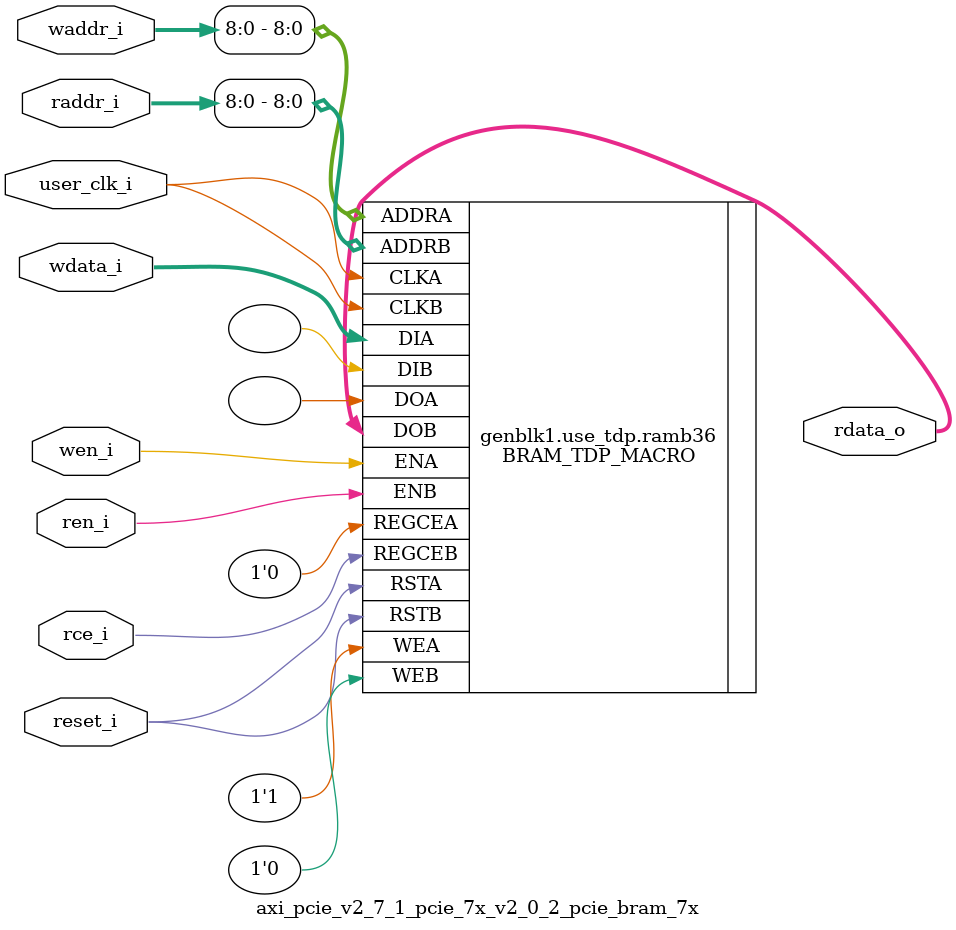
<source format=v>

`timescale 1ps/1ps

module axi_pcie_v2_7_1_pcie_7x_v2_0_2_pcie_bram_7x
  #(
    parameter [3:0]  LINK_CAP_MAX_LINK_SPEED = 4'h1,        // PCIe Link Speed : 1 - 2.5 GT/s; 2 - 5.0 GT/s
    parameter [5:0]  LINK_CAP_MAX_LINK_WIDTH = 6'h08,       // PCIe Link Width : 1 / 2 / 4 / 8
    parameter IMPL_TARGET = "HARD",                         // the implementation target : HARD, SOFT
    parameter DOB_REG = 0,                                  // 1 - use the output register;
                                                            // 0 - don't use the output register
    parameter WIDTH = 0                                     // supported WIDTH's : 4, 9, 18, 36 - uses RAMB36
                                                            //                     72 - uses RAMB36SDP
    )
    (
     input               user_clk_i,// user clock
     input               reset_i,   // bram reset

     input               wen_i,     // write enable
     input [12:0]        waddr_i,   // write address
     input [WIDTH - 1:0] wdata_i,   // write data

     input               ren_i,     // read enable
     input               rce_i,     // output register clock enable
     input [12:0]        raddr_i,   // read address

     output [WIDTH - 1:0] rdata_o   // read data
     );

   // map the address bits
   localparam ADDR_MSB = ((WIDTH == 4)  ? 12 :
                          (WIDTH == 9)  ? 11 :
                          (WIDTH == 18) ? 10 :
                          (WIDTH == 36) ?  9 :
                                           8
                          );

   // set the width of the tied off low address bits
   localparam ADDR_LO_BITS = ((WIDTH == 4)  ? 2 :
                              (WIDTH == 9)  ? 3 :
                              (WIDTH == 18) ? 4 :
                              (WIDTH == 36) ? 5 :
                                              0 // for WIDTH 72 use RAMB36SDP
                              );

   // map the data bits
   localparam D_MSB =  ((WIDTH == 4)  ?  3 :
                        (WIDTH == 9)  ?  7 :
                        (WIDTH == 18) ? 15 :
                        (WIDTH == 36) ? 31 :
                                        63
                        );

   // map the data parity bits
   localparam DP_LSB =  D_MSB + 1;

   localparam DP_MSB =  ((WIDTH == 4)  ? 4 :
                         (WIDTH == 9)  ? 8 :
                         (WIDTH == 18) ? 17 :
                         (WIDTH == 36) ? 35 :
                                         71
                        );

   localparam DPW = DP_MSB - DP_LSB + 1;
   localparam WRITE_MODE = ((WIDTH == 72) && (!((LINK_CAP_MAX_LINK_SPEED == 4'h2) && (LINK_CAP_MAX_LINK_WIDTH == 6'h08)))) ? "WRITE_FIRST" :
                           ((LINK_CAP_MAX_LINK_SPEED == 4'h2) && (LINK_CAP_MAX_LINK_WIDTH == 6'h08)) ? "WRITE_FIRST" : "NO_CHANGE";

   localparam DEVICE = (IMPL_TARGET == "HARD") ? "7SERIES" : "VIRTEX6";
   localparam BRAM_SIZE = "36Kb";

   localparam WE_WIDTH =(DEVICE == "VIRTEX5" || DEVICE == "VIRTEX6" || DEVICE == "7SERIES") ?
                            ((WIDTH <= 9) ? 1 :
                             (WIDTH > 9 && WIDTH <= 18) ? 2 :
                             (WIDTH > 18 && WIDTH <= 36) ? 4 :
                             (WIDTH > 36 && WIDTH <= 72) ? 8 :
                             (BRAM_SIZE == "18Kb") ? 4 : 8 ) : 8;

   //synthesis translate_off
   initial begin
      //$display("[%t] %m DOB_REG %0d WIDTH %0d ADDR_MSB %0d ADDR_LO_BITS %0d DP_MSB %0d DP_LSB %0d D_MSB %0d",
      //          $time, DOB_REG,   WIDTH,    ADDR_MSB,    ADDR_LO_BITS,    DP_MSB,    DP_LSB,    D_MSB);

      case (WIDTH)
        4,9,18,36,72:;
        default:
          begin
             $display("[%t] %m Error WIDTH %0d not supported", $time, WIDTH);
             $finish;
          end
      endcase // case (WIDTH)
   end
   //synthesis translate_on

   generate
   if ((LINK_CAP_MAX_LINK_WIDTH == 6'h08 && LINK_CAP_MAX_LINK_SPEED == 4'h2) || (WIDTH == 72)) begin : use_sdp
        BRAM_SDP_MACRO #(
               .DEVICE        (DEVICE),
               .BRAM_SIZE     (BRAM_SIZE),
               .DO_REG        (DOB_REG),
               .READ_WIDTH    (WIDTH),
               .WRITE_WIDTH   (WIDTH),
               .WRITE_MODE    (WRITE_MODE)
               )
        ramb36sdp(
               .DO             (rdata_o[WIDTH-1:0]),
               .DI             (wdata_i[WIDTH-1:0]),
               .RDADDR         (raddr_i[ADDR_MSB:0]),
               .RDCLK          (user_clk_i),
               .RDEN           (ren_i),
               .REGCE          (rce_i),
               .RST            (reset_i),
               .WE             ({WE_WIDTH{1'b1}}),
               .WRADDR         (waddr_i[ADDR_MSB:0]),
               .WRCLK          (user_clk_i),
               .WREN           (wen_i)
               );

    end  // block: use_sdp
    else if (WIDTH <= 36) begin : use_tdp
    // use RAMB36's if the width is 4, 9, 18, or 36
        BRAM_TDP_MACRO #(
               .DEVICE        (DEVICE),
               .BRAM_SIZE     (BRAM_SIZE),
               .DOA_REG       (0),
               .DOB_REG       (DOB_REG),
               .READ_WIDTH_A  (WIDTH),
               .READ_WIDTH_B  (WIDTH),
               .WRITE_WIDTH_A (WIDTH),
               .WRITE_WIDTH_B (WIDTH),
               .WRITE_MODE_A  (WRITE_MODE)
               )
        ramb36(
               .DOA            (),
               .DOB            (rdata_o[WIDTH-1:0]),
               .ADDRA          (waddr_i[ADDR_MSB:0]),
               .ADDRB          (raddr_i[ADDR_MSB:0]),
               .CLKA           (user_clk_i),
               .CLKB           (user_clk_i),
               .DIA            (wdata_i[WIDTH-1:0]),
               .DIB            ({WIDTH{1'b0}}),
               .ENA            (wen_i),
               .ENB            (ren_i),
               .REGCEA         (1'b0),
               .REGCEB         (rce_i),
               .RSTA           (reset_i),
               .RSTB           (reset_i),
               .WEA            ({WE_WIDTH{1'b1}}),
               .WEB            ({WE_WIDTH{1'b0}})
               );
   end // block: use_tdp
   endgenerate

endmodule // pcie_bram_7x


</source>
